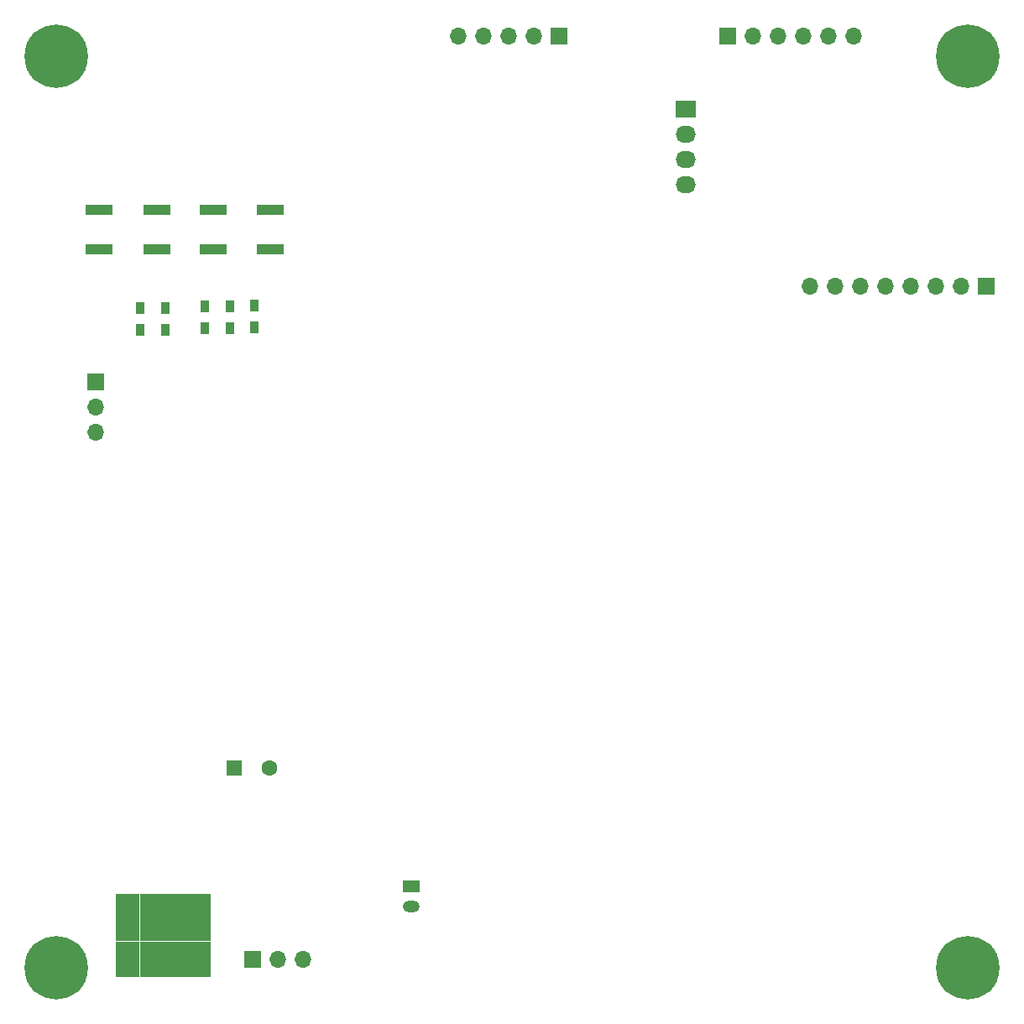
<source format=gbs>
G04 #@! TF.FileFunction,Soldermask,Bot*
%FSLAX46Y46*%
G04 Gerber Fmt 4.6, Leading zero omitted, Abs format (unit mm)*
G04 Created by KiCad (PCBNEW 4.0.7) date Saturday, 23 June 2018 'PMt' 19:02:52*
%MOMM*%
%LPD*%
G01*
G04 APERTURE LIST*
%ADD10C,0.100000*%
%ADD11R,1.600000X1.600000*%
%ADD12C,1.600000*%
%ADD13R,0.900000X1.200000*%
%ADD14R,1.700000X1.200000*%
%ADD15O,1.700000X1.200000*%
%ADD16R,1.700000X1.700000*%
%ADD17O,1.700000X1.700000*%
%ADD18R,2.032000X1.727200*%
%ADD19O,2.032000X1.727200*%
%ADD20R,2.750000X1.000000*%
%ADD21R,1.200000X1.200000*%
%ADD22C,6.400000*%
%ADD23C,0.800000*%
G04 APERTURE END LIST*
D10*
D11*
X73000000Y-101800000D03*
D12*
X76500000Y-101800000D03*
D13*
X63500000Y-55400000D03*
X63500000Y-57600000D03*
X72500000Y-55300000D03*
X72500000Y-57500000D03*
D14*
X90800000Y-113800000D03*
D15*
X90800000Y-115800000D03*
D16*
X122750000Y-28000000D03*
D17*
X125290000Y-28000000D03*
X127830000Y-28000000D03*
X130370000Y-28000000D03*
X132910000Y-28000000D03*
X135450000Y-28000000D03*
D16*
X59000000Y-62920000D03*
D17*
X59000000Y-65460000D03*
X59000000Y-68000000D03*
D16*
X105750000Y-28000000D03*
D17*
X103210000Y-28000000D03*
X100670000Y-28000000D03*
X98130000Y-28000000D03*
X95590000Y-28000000D03*
D18*
X118500000Y-35380000D03*
D19*
X118500000Y-37920000D03*
X118500000Y-40460000D03*
X118500000Y-43000000D03*
D13*
X66000000Y-57600000D03*
X66000000Y-55400000D03*
X70000000Y-55300000D03*
X70000000Y-57500000D03*
D20*
X65130000Y-49500000D03*
X59370000Y-49500000D03*
X59370000Y-45500000D03*
X65130000Y-45500000D03*
X76630000Y-49500000D03*
X70870000Y-49500000D03*
X70870000Y-45500000D03*
X76630000Y-45500000D03*
D21*
X61640000Y-115125000D03*
X62840000Y-115125000D03*
X64040000Y-115125000D03*
X65240000Y-115125000D03*
X66440000Y-115125000D03*
X67640000Y-115125000D03*
X68840000Y-115125000D03*
X70040000Y-115125000D03*
X70040000Y-116325000D03*
X68840000Y-116325000D03*
X67640000Y-116325000D03*
X66440000Y-116325000D03*
X65240000Y-116325000D03*
X64040000Y-116325000D03*
X62840000Y-116325000D03*
X61640000Y-116325000D03*
X61640000Y-117525000D03*
X62840000Y-117525000D03*
X64040000Y-117525000D03*
X65240000Y-117525000D03*
X66440000Y-117525000D03*
X67640000Y-117525000D03*
X68840000Y-117525000D03*
X70040000Y-117525000D03*
X70040000Y-118725000D03*
X68840000Y-118725000D03*
X67640000Y-118725000D03*
X66440000Y-118725000D03*
X65240000Y-118725000D03*
X64040000Y-118725000D03*
X62840000Y-118725000D03*
X61640000Y-118725000D03*
X61640000Y-119925000D03*
X62840000Y-119925000D03*
X64040000Y-119925000D03*
X65240000Y-119925000D03*
X66440000Y-119925000D03*
X67640000Y-119925000D03*
X68840000Y-119925000D03*
X70040000Y-119925000D03*
X70040000Y-121125000D03*
X68840000Y-121125000D03*
X67640000Y-121125000D03*
X66440000Y-121125000D03*
X65240000Y-121125000D03*
X64040000Y-121125000D03*
X62840000Y-121125000D03*
X61640000Y-121125000D03*
X61640000Y-122325000D03*
X62840000Y-122325000D03*
X64040000Y-122325000D03*
X65240000Y-122325000D03*
X66440000Y-122325000D03*
X67640000Y-122325000D03*
X68840000Y-122325000D03*
X70040000Y-122325000D03*
D16*
X74820000Y-121100000D03*
D17*
X77360000Y-121100000D03*
X79900000Y-121100000D03*
D16*
X148830000Y-53250000D03*
D17*
X146290000Y-53250000D03*
X143750000Y-53250000D03*
X141210000Y-53250000D03*
X138670000Y-53250000D03*
X136130000Y-53250000D03*
X133590000Y-53250000D03*
X131050000Y-53250000D03*
D13*
X75000000Y-57350000D03*
X75000000Y-55150000D03*
D22*
X147000000Y-30000000D03*
D23*
X149400000Y-30000000D03*
X148697056Y-31697056D03*
X147000000Y-32400000D03*
X145302944Y-31697056D03*
X144600000Y-30000000D03*
X145302944Y-28302944D03*
X147000000Y-27600000D03*
X148697056Y-28302944D03*
D22*
X55000000Y-30000000D03*
D23*
X57400000Y-30000000D03*
X56697056Y-31697056D03*
X55000000Y-32400000D03*
X53302944Y-31697056D03*
X52600000Y-30000000D03*
X53302944Y-28302944D03*
X55000000Y-27600000D03*
X56697056Y-28302944D03*
D22*
X55000000Y-122000000D03*
D23*
X57400000Y-122000000D03*
X56697056Y-123697056D03*
X55000000Y-124400000D03*
X53302944Y-123697056D03*
X52600000Y-122000000D03*
X53302944Y-120302944D03*
X55000000Y-119600000D03*
X56697056Y-120302944D03*
D22*
X147000000Y-122000000D03*
D23*
X149400000Y-122000000D03*
X148697056Y-123697056D03*
X147000000Y-124400000D03*
X145302944Y-123697056D03*
X144600000Y-122000000D03*
X145302944Y-120302944D03*
X147000000Y-119600000D03*
X148697056Y-120302944D03*
M02*

</source>
